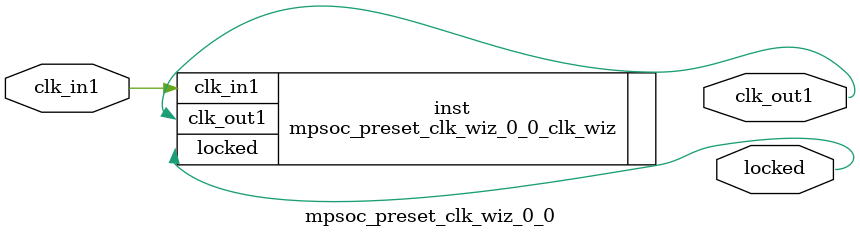
<source format=v>


`timescale 1ps/1ps

(* CORE_GENERATION_INFO = "mpsoc_preset_clk_wiz_0_0,clk_wiz_v6_0_12_0_0,{component_name=mpsoc_preset_clk_wiz_0_0,use_phase_alignment=false,use_min_o_jitter=false,use_max_i_jitter=false,use_dyn_phase_shift=false,use_inclk_switchover=false,use_dyn_reconfig=false,enable_axi=0,feedback_source=FDBK_AUTO,PRIMITIVE=MMCM,num_out_clk=1,clkin1_period=5.334,clkin2_period=10.0,use_power_down=false,use_reset=false,use_locked=true,use_inclk_stopped=false,feedback_type=SINGLE,CLOCK_MGR_TYPE=NA,manual_override=false}" *)

module mpsoc_preset_clk_wiz_0_0 
 (
  // Clock out ports
  output        clk_out1,
  // Status and control signals
  output        locked,
 // Clock in ports
  input         clk_in1
 );

  mpsoc_preset_clk_wiz_0_0_clk_wiz inst
  (
  // Clock out ports  
  .clk_out1(clk_out1),
  // Status and control signals               
  .locked(locked),
 // Clock in ports
  .clk_in1(clk_in1)
  );

endmodule

</source>
